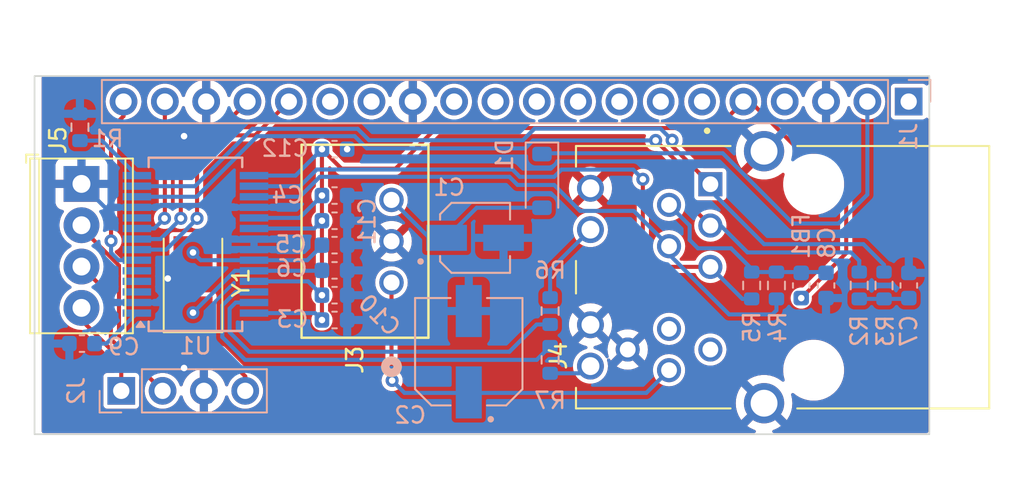
<source format=kicad_pcb>
(kicad_pcb (version 20240108) (generator "pcbnew") (generator_version "8.0")
  (layers (0 "F.Cu" signal) (31 "B.Cu" signal) (34 "B.Paste" user) (35 "F.Paste" user) (36 "B.SilkS" user "B.Silkscreen") (37 "F.SilkS" user "F.Silkscreen") (38 "B.Mask" user) (39 "F.Mask" user) (44 "Edge.Cuts" user))
  (net 0 "")
  (net 1 "+5V")
  (net 2 "GND")
  (net 3 "+24V")
  (net 4 "Net-(U1-OSC1)")
  (net 5 "Net-(U1-OSC2)")
  (net 6 "Net-(C7-Pad1)")
  (net 7 "Net-(U1-VCAP)")
  (net 8 "+3.3V")
  (net 17 "Net-(J1-Pin_16)")
  (net 18 "Net-(J1-Pin_17)")
  (net 19 "Net-(J1-Pin_19)")
  (net 20 "Net-(J1-Pin_20)")
  (net 21 "Net-(U1-RBIAS)")
  (net 22 "Net-(U1-LEDB)")
  (net 23 "Net-(U1-LEDA)")
  (net 28 "Net-(J4-CT)")
  (net 29 "Net-(J4-TD-)")
  (net 30 "Net-(J4-TD+)")
  (net 31 "Net-(J4-RD+)")
  (net 32 "Net-(J4-RD-)")
  (net 33 "Net-(J4-PadA2)")
  (net 34 "Net-(J4-PadA1)")
  (net 37 "Net-(D1-A)")
  (net 41 "Net-(J2-Pin_2)")
  (net 42 "Net-(J2-Pin_1)")
  (net 43 "Net-(J2-Pin_4)")
  (footprint "TerminalBlock_Phoenix:TerminalBlock_Phoenix_MPT-0,5-4-2.54_1x04_P2.54mm_Horizontal" (layer "F.Cu") (at 142.195 116.185 -90)
    (property "Reference" "J5" (at -2.685 1.445 90) (layer "F.SilkS"))
    (property "Value" "Conn_01x02")
    (fp_line (start -1.8 3.4) (end -1.3 3.4) (stroke (width 0.12)) (layer "F.SilkS"))
    (fp_line (start -1.56 3.16) (end 9.18 3.16) (stroke (width 0.12)) (layer "F.SilkS"))
    (fp_line (start -1.8 2.66) (end -1.8 3.4) (stroke (width 0.12)) (layer "F.SilkS"))
    (fp_line (start -1.56 2.6) (end 9.18 2.6) (stroke (width 0.12)) (layer "F.SilkS"))
    (fp_line (start -1.56 -2.7) (end 9.18 -2.7) (stroke (width 0.12)) (layer "F.SilkS"))
    (fp_line (start -1.56 -3.16) (end -1.56 3.16) (stroke (width 0.12)) (layer "F.SilkS"))
    (fp_line (start -1.56 -3.16) (end 9.18 -3.16) (stroke (width 0.12)) (layer "F.SilkS"))
    (fp_line (start 9.18 -3.16) (end 9.18 3.16) (stroke (width 0.12)) (layer "F.SilkS"))
    (pad "1" thru_hole rect (at 0 0 270) (size 2.2 2.2) (drill 1.1) (layers "*.Cu" "*.Mask") (net 2 "GND"))
    (pad "2" thru_hole circle (at 2.54 0 270) (size 2.2 2.2) (drill 1.1) (layers "*.Cu" "*.Mask") (net 43 "Net-(J2-Pin_4)"))
    (pad "3" thru_hole circle (at 5.08 0 270) (size 2.2 2.2) (drill 1.1) (layers "*.Cu" "*.Mask") (net 41 "Net-(J2-Pin_2)"))
    (pad "4" thru_hole circle (at 7.62 0 270) (size 2.2 2.2) (drill 1.1) (layers "*.Cu" "*.Mask") (net 42 "Net-(J2-Pin_1)"))
  )
  (footprint "Crystal:Crystal_SMD_5032-2Pin_5.0x3.2mm" (layer "F.Cu") (at 149.05 122.25 90)
    (property "Reference" "Y1" (at 0 2.95 90) (layer "F.SilkS"))
    (property "Value" "25MHz")
    (fp_line (start 2.7 -1.8) (end -3.05 -1.8) (stroke (width 0.12)) (layer "F.SilkS"))
    (fp_line (start -3.05 -1.8) (end -3.05 1.8) (stroke (width 0.12)) (layer "F.SilkS"))
    (fp_line (start -3.05 1.8) (end 2.7 1.8) (stroke (width 0.12)) (layer "F.SilkS"))
    (pad "1" smd rect (at -1.85 0 90) (size 2 2.4) (layers "F.Cu" "F.Paste" "F.Mask") (net 5 "Net-(U1-OSC2)"))
    (pad "2" smd rect (at 1.85 0 90) (size 2 2.4) (layers "F.Cu" "F.Paste" "F.Mask") (net 4 "Net-(U1-OSC1)"))
  )
  (footprint "pico:BEL_SI-52003-F" (layer "F.Cu") (at 184.15 121.92 90)
    (property "Reference" "J4" (at -4.825 -12.635 90) (layer "F.SilkS"))
    (property "Value" "SI-52003-F")
    (fp_line (start 8.065 -11.56) (end 8.065 -2.06) (stroke (width 0.127)) (layer "F.SilkS"))
    (fp_line (start 6.8 -11.56) (end 8.065 -11.56) (stroke (width 0.127)) (layer "F.SilkS"))
    (fp_line (start -1 -11.56) (end 1 -11.56) (stroke (width 0.127)) (layer "F.SilkS"))
    (fp_line (start -8.065 -11.56) (end -6.8 -11.56) (stroke (width 0.127)) (layer "F.SilkS"))
    (fp_line (start -8.065 -11.56) (end -8.065 -2.06) (stroke (width 0.127)) (layer "F.SilkS"))
    (fp_line (start 8.065 2.04) (end 8.065 13.84) (stroke (width 0.127)) (layer "F.SilkS"))
    (fp_line (start -8.065 2.04) (end -8.065 13.84) (stroke (width 0.127)) (layer "F.SilkS"))
    (fp_line (start 8.065 13.84) (end -8.065 13.84) (stroke (width 0.127)) (layer "F.SilkS"))
    (fp_circle (center 9 -3.5) (end 9.1 -3.5) (stroke (width 0.2)) (fill none) (layer "F.SilkS"))
    (pad "" np_thru_hole circle (at -5.715 3.05 90) (size 3.25 3.25) (drill 3.25) (layers "*.Cu" "*.Mask"))
    (pad "" np_thru_hole circle (at 5.715 3.05 90) (size 3.25 3.25) (drill 3.25) (layers "*.Cu" "*.Mask"))
    (pad "1" thru_hole rect (at 5.715 -3.3 90) (size 1.478 1.478) (drill 0.97) (layers "*.Cu" "*.Mask") (net 30 "Net-(J4-TD+)"))
    (pad "2" thru_hole circle (at 4.445 -5.84 90) (size 1.478 1.478) (drill 0.97) (layers "*.Cu" "*.Mask") (net 28 "Net-(J4-CT)"))
    (pad "3" thru_hole circle (at 3.175 -3.3 90) (size 1.478 1.478) (drill 0.97) (layers "*.Cu" "*.Mask") (net 29 "Net-(J4-TD-)"))
    (pad "4" thru_hole circle (at 1.905 -5.84 90) (size 1.478 1.478) (drill 0.97) (layers "*.Cu" "*.Mask") (net 31 "Net-(J4-RD+)"))
    (pad "5" thru_hole circle (at 0.635 -3.3 90) (size 1.478 1.478) (drill 0.97) (layers "*.Cu" "*.Mask") (net 32 "Net-(J4-RD-)"))
    (pad "8" thru_hole circle (at -3.175 -5.84 90) (size 1.478 1.478) (drill 0.97) (layers "*.Cu" "*.Mask"))
    (pad "9" thru_hole circle (at -4.445 -3.3 90) (size 1.478 1.478) (drill 0.97) (layers "*.Cu" "*.Mask"))
    (pad "10" thru_hole circle (at -5.715 -5.84 90) (size 1.478 1.478) (drill 0.97) (layers "*.Cu" "*.Mask") (net 3 "+24V"))
    (pad "11" thru_hole circle (at -4.445 -8.38 90) (size 1.478 1.478) (drill 0.97) (layers "*.Cu" "*.Mask") (net 2 "GND"))
    (pad "A1" thru_hole circle (at -5.465 -10.67 90) (size 1.65 1.65) (drill 1.1) (layers "*.Cu" "*.Mask") (net 34 "Net-(J4-PadA1)"))
    (pad "A2" thru_hole circle (at 2.925 -10.67 90) (size 1.65 1.65) (drill 1.1) (layers "*.Cu" "*.Mask") (net 33 "Net-(J4-PadA2)"))
    (pad "C1" thru_hole circle (at -2.925 -10.67 90) (size 1.65 1.65) (drill 1.1) (layers "*.Cu" "*.Mask") (net 2 "GND"))
    (pad "C2" thru_hole circle (at 5.465 -10.67 90) (size 1.65 1.65) (drill 1.1) (layers "*.Cu" "*.Mask") (net 2 "GND"))
    (pad "S1" thru_hole circle (at -7.745 0 90) (size 2.475 2.475) (drill 1.65) (layers "*.Cu" "*.Mask") (net 2 "GND"))
    (pad "S2" thru_hole circle (at 7.745 0 90) (size 2.475 2.475) (drill 1.65) (layers "*.Cu" "*.Mask") (net 2 "GND"))
  )
  (footprint "pico:CONN3_05S05_XPR" (layer "F.Cu") (at 161.25 122.25 90)
    (property "Reference" "J3" (at -4.75 -2.25 90) (layer "F.SilkS"))
    (property "Value" "VR05S05")
    (fp_circle (center -5.1689 0) (end -4.7879 0) (stroke (width 0.508)) (fill none) (layer "B.SilkS"))
    (fp_line (start 8.4709 -5.526999) (end -3.3909 -5.526999) (stroke (width 0.1524)) (layer "F.SilkS"))
    (fp_line (start -3.3909 -5.526999) (end -3.3909 2.270801) (stroke (width 0.1524)) (layer "F.SilkS"))
    (fp_line (start 8.4709 2.270801) (end 8.4709 -5.526999) (stroke (width 0.1524)) (layer "F.SilkS"))
    (fp_line (start -3.3909 2.270801) (end 8.4709 2.270801) (stroke (width 0.1524)) (layer "F.SilkS"))
    (fp_circle (center -5.1689 0) (end -4.7879 0) (stroke (width 0.508)) (fill none) (layer "F.SilkS"))
    (pad "1" thru_hole circle (at 0 0 90) (size 1.4986 1.4986) (drill 0.9906) (layers "*.Cu" "*.Mask") (net 3 "+24V"))
    (pad "2" thru_hole circle (at 2.54 0 90) (size 1.4986 1.4986) (drill 0.9906) (layers "*.Cu" "*.Mask") (net 2 "GND"))
    (pad "3" thru_hole circle (at 5.08 0 90) (size 1.4986 1.4986) (drill 0.9906) (layers "*.Cu" "*.Mask") (net 37 "Net-(D1-A)"))
  )
  (footprint "Capacitor_SMD:C_0603_1608Metric" (layer "B.Cu") (at 157.75 123.026)
    (property "Reference" "C10" (at 2.75 1.224 135) (layer "B.SilkS") (effects (justify mirror)))
    (property "Value" "0.1µF")
    (fp_line (start 0.14058 -0.51) (end -0.14058 -0.51) (stroke (width 0.12)) (layer "B.SilkS"))
    (fp_line (start 0.14058 0.51) (end -0.14058 0.51) (stroke (width 0.12)) (layer "B.SilkS"))
    (pad "1" smd roundrect (at -0.775 0) (size 0.9 0.95) (layers "B.Cu" "B.Paste" "B.Mask") (net 8 "+3.3V"))
    (pad "2" smd roundrect (at 0.775 0) (size 0.9 0.95) (layers "B.Cu" "B.Paste" "B.Mask") (net 2 "GND"))
  )
  (footprint "Connector_PinSocket_2.54mm:PinSocket_1x04_P2.54mm_Vertical" (layer "B.Cu") (at 144.64 128.905 -90)
    (property "Reference" "J2" (at 0 2.77 -90) (layer "B.SilkS") (effects (justify mirror)))
    (property "Value" "Conn_01x02_Pin")
    (fp_line (start 1.33 1.33) (end 0 1.33) (stroke (width 0.12)) (layer "B.SilkS"))
    (fp_line (start 1.33 0) (end 1.33 1.33) (stroke (width 0.12)) (layer "B.SilkS"))
    (fp_line (start 1.33 -1.27) (end -1.33 -1.27) (stroke (width 0.12)) (layer "B.SilkS"))
    (fp_line (start -1.33 -8.95) (end -1.33 -1.27) (stroke (width 0.12)) (layer "B.SilkS"))
    (fp_line (start 1.33 -8.95) (end 1.33 -1.27) (stroke (width 0.12)) (layer "B.SilkS"))
    (fp_line (start 1.33 -8.95) (end -1.33 -8.95) (stroke (width 0.12)) (layer "B.SilkS"))
    (pad "1" thru_hole rect (at 0 0 270) (size 1.7 1.7) (drill 1) (layers "*.Cu" "*.Mask") (net 42 "Net-(J2-Pin_1)"))
    (pad "2" thru_hole oval (at 0 -2.54 270) (size 1.7 1.7) (drill 1) (layers "*.Cu" "*.Mask") (net 41 "Net-(J2-Pin_2)"))
    (pad "3" thru_hole oval (at 0 -5.08 270) (size 1.7 1.7) (drill 1) (layers "*.Cu" "*.Mask") (net 2 "GND"))
    (pad "4" thru_hole oval (at 0 -7.62 270) (size 1.7 1.7) (drill 1) (layers "*.Cu" "*.Mask") (net 43 "Net-(J2-Pin_4)"))
  )
  (footprint "Capacitor_SMD:C_0603_1608Metric" (layer "B.Cu") (at 157.75 119.95 180)
    (property "Reference" "C5" (at 2.688 0.0544 180) (layer "B.SilkS") (effects (justify mirror)))
    (property "Value" "30pF")
    (fp_line (start 0.14058 0.51) (end -0.14058 0.51) (stroke (width 0.12)) (layer "B.SilkS"))
    (fp_line (start 0.14058 -0.51) (end -0.14058 -0.51) (stroke (width 0.12)) (layer "B.SilkS"))
    (pad "1" smd roundrect (at -0.775 0 180) (size 0.9 0.95) (layers "B.Cu" "B.Paste" "B.Mask") (net 2 "GND"))
    (pad "2" smd roundrect (at 0.775 0 180) (size 0.9 0.95) (layers "B.Cu" "B.Paste" "B.Mask") (net 4 "Net-(U1-OSC1)"))
  )
  (footprint "Resistor_SMD:R_0603_1608Metric" (layer "B.Cu") (at 190 122.428 -90)
    (property "Reference" "R2" (at 2.794 0 90) (layer "B.SilkS") (effects (justify mirror)))
    (property "Value" "49.9Ω")
    (fp_line (start 0.237258 0.5225) (end -0.237258 0.5225) (stroke (width 0.12)) (layer "B.SilkS"))
    (fp_line (start 0.237258 -0.5225) (end -0.237258 -0.5225) (stroke (width 0.12)) (layer "B.SilkS"))
    (pad "1" smd roundrect (at -0.825 0 270) (size 0.8 0.95) (layers "B.Cu" "B.Paste" "B.Mask") (net 29 "Net-(J4-TD-)"))
    (pad "2" smd roundrect (at 0.825 0 270) (size 0.8 0.95) (layers "B.Cu" "B.Paste" "B.Mask") (net 6 "Net-(C7-Pad1)"))
  )
  (footprint "Capacitor_SMD:C_0603_1608Metric" (layer "B.Cu") (at 193.048 122.428 90)
    (property "Reference" "C7" (at -2.794 0 90) (layer "B.SilkS") (effects (justify mirror)))
    (property "Value" "0.1µF")
    (fp_line (start 0.14058 -0.51) (end -0.14058 -0.51) (stroke (width 0.12)) (layer "B.SilkS"))
    (fp_line (start 0.14058 0.51) (end -0.14058 0.51) (stroke (width 0.12)) (layer "B.SilkS"))
    (pad "1" smd roundrect (at -0.775 0 90) (size 0.9 0.95) (layers "B.Cu" "B.Paste" "B.Mask") (net 6 "Net-(C7-Pad1)"))
    (pad "2" smd roundrect (at 0.775 0 90) (size 0.9 0.95) (layers "B.Cu" "B.Paste" "B.Mask") (net 2 "GND"))
  )
  (footprint "Resistor_SMD:R_0603_1608Metric" (layer "B.Cu") (at 183.388 122.428 90)
    (property "Reference" "R5" (at -2.572 0.012 90) (layer "B.SilkS") (effects (justify mirror)))
    (property "Value" "49.9Ω")
    (fp_line (start 0.237258 -0.5225) (end -0.237258 -0.5225) (stroke (width 0.12)) (layer "B.SilkS"))
    (fp_line (start 0.237258 0.5225) (end -0.237258 0.5225) (stroke (width 0.12)) (layer "B.SilkS"))
    (pad "1" smd roundrect (at -0.825 0 90) (size 0.8 0.95) (layers "B.Cu" "B.Paste" "B.Mask") (net 32 "Net-(J4-RD-)"))
    (pad "2" smd roundrect (at 0.825 0 90) (size 0.8 0.95) (layers "B.Cu" "B.Paste" "B.Mask") (net 28 "Net-(J4-CT)"))
  )
  (footprint "Capacitor_SMD:C_0603_1608Metric" (layer "B.Cu") (at 142.225 126 180)
    (property "Reference" "C9" (at -2.575002 -0.199998 180) (layer "B.SilkS") (effects (justify mirror)))
    (property "Value" "10µF")
    (fp_line (start 0.14058 0.51) (end -0.14058 0.51) (stroke (width 0.12)) (layer "B.SilkS"))
    (fp_line (start 0.14058 -0.51) (end -0.14058 -0.51) (stroke (width 0.12)) (layer "B.SilkS"))
    (pad "1" smd roundrect (at -0.775 0 180) (size 0.9 0.95) (layers "B.Cu" "B.Paste" "B.Mask") (net 7 "Net-(U1-VCAP)"))
    (pad "2" smd roundrect (at 0.775 0 180) (size 0.9 0.95) (layers "B.Cu" "B.Paste" "B.Mask") (net 2 "GND"))
  )
  (footprint "Diode_SMD:D_SOD-123" (layer "B.Cu") (at 170.5 116 -90)
    (property "Reference" "D1" (at -1.6 2.3 90) (layer "B.SilkS") (effects (justify mirror)))
    (property "Value" "D_Schottky")
    (fp_line (start 1.65 1) (end -2.36 1) (stroke (width 0.12)) (layer "B.SilkS"))
    (fp_line (start -2.36 -1) (end -2.36 1) (stroke (width 0.12)) (layer "B.SilkS"))
    (fp_line (start 1.65 -1) (end -2.36 -1) (stroke (width 0.12)) (layer "B.SilkS"))
    (pad "1" smd roundrect (at -1.65 0 270) (size 0.9 1.2) (layers "B.Cu" "B.Paste" "B.Mask") (net 1 "+5V"))
    (pad "2" smd roundrect (at 1.65 0 270) (size 0.9 1.2) (layers "B.Cu" "B.Paste" "B.Mask") (net 37 "Net-(D1-A)"))
  )
  (footprint "Capacitor_SMD:C_0603_1608Metric" (layer "B.Cu") (at 157.75 114.05 180)
    (property "Reference" "C12" (at 3.038 0.0524 180) (layer "B.SilkS") (effects (justify mirror)))
    (property "Value" "0.1µF")
    (fp_line (start 0.14058 0.51) (end -0.14058 0.51) (stroke (width 0.12)) (layer "B.SilkS"))
    (fp_line (start 0.14058 -0.51) (end -0.14058 -0.51) (stroke (width 0.12)) (layer "B.SilkS"))
    (pad "1" smd roundrect (at -0.775 0 180) (size 0.9 0.95) (layers "B.Cu" "B.Paste" "B.Mask") (net 2 "GND"))
    (pad "2" smd roundrect (at 0.775 0 180) (size 0.9 0.95) (layers "B.Cu" "B.Paste" "B.Mask") (net 8 "+3.3V"))
  )
  (footprint "Capacitor_SMD:C_0603_1608Metric" (layer "B.Cu") (at 157.75 116.9)
    (property "Reference" "C4" (at -2.888 -0.0264 0) (layer "B.SilkS") (effects (justify mirror)))
    (property "Value" "0.1µF")
    (fp_line (start 0.14058 -0.51) (end -0.14058 -0.51) (stroke (width 0.12)) (layer "B.SilkS"))
    (fp_line (start 0.14058 0.51) (end -0.14058 0.51) (stroke (width 0.12)) (layer "B.SilkS"))
    (pad "1" smd roundrect (at -0.775 0) (size 0.9 0.95) (layers "B.Cu" "B.Paste" "B.Mask") (net 8 "+3.3V"))
    (pad "2" smd roundrect (at 0.775 0) (size 0.9 0.95) (layers "B.Cu" "B.Paste" "B.Mask") (net 2 "GND"))
  )
  (footprint "pico:CAP_EEEFN1A220R" (layer "B.Cu") (at 166.3875 119.5)
    (property "Reference" "C1" (at -1.5875 -3.1 0) (layer "B.SilkS") (effects (justify mirror)))
    (property "Value" "22µF")
    (fp_line (start -2.15 -1.45) (end -2.15 -1.12) (stroke (width 0.127)) (layer "B.SilkS"))
    (fp_line (start -2.15 1.12) (end -2.15 1.45) (stroke (width 0.127)) (layer "B.SilkS"))
    (fp_line (start -2.15 1.45) (end -1.45 2.15) (stroke (width 0.127)) (layer "B.SilkS"))
    (fp_line (start -1.45 -2.15) (end -2.15 -1.45) (stroke (width 0.127)) (layer "B.SilkS"))
    (fp_line (start -1.45 2.15) (end 2.15 2.15) (stroke (width 0.127)) (layer "B.SilkS"))
    (fp_line (start 2.15 -2.15) (end -1.45 -2.15) (stroke (width 0.127)) (layer "B.SilkS"))
    (fp_line (start 2.15 -1.12) (end 2.15 -2.15) (stroke (width 0.127)) (layer "B.SilkS"))
    (fp_line (start 2.15 2.15) (end 2.15 1.12) (stroke (width 0.127)) (layer "B.SilkS"))
    (fp_circle (center -3.35 1.45) (end -3.25 1.45) (stroke (width 0.2)) (fill none) (layer "B.SilkS"))
    (pad "1" smd rect (at -1.75 0) (size 2.5 1.6) (layers "B.Cu" "B.Paste" "B.Mask") (net 37 "Net-(D1-A)"))
    (pad "2" smd rect (at 1.75 0) (size 2.5 1.6) (layers "B.Cu" "B.Paste" "B.Mask") (net 2 "GND"))
  )
  (footprint "Capacitor_SMD:C_0603_1608Metric" (layer "B.Cu") (at 157.75 124.55)
    (property "Reference" "C3" (at -2.588 -0.048 0) (layer "B.SilkS") (effects (justify mirror)))
    (property "Value" "0.1µF")
    (fp_line (start 0.14058 -0.51) (end -0.14058 -0.51) (stroke (width 0.12)) (layer "B.SilkS"))
    (fp_line (start 0.14058 0.51) (end -0.14058 0.51) (stroke (width 0.12)) (layer "B.SilkS"))
    (pad "1" smd roundrect (at -0.775 0) (size 0.9 0.95) (layers "B.Cu" "B.Paste" "B.Mask") (net 8 "+3.3V"))
    (pad "2" smd roundrect (at 0.775 0) (size 0.9 0.95) (layers "B.Cu" "B.Paste" "B.Mask") (net 2 "GND"))
  )
  (footprint "Resistor_SMD:R_0603_1608Metric" (layer "B.Cu") (at 171 124 90)
    (property "Reference" "R6" (at 2.5 0 0) (layer "B.SilkS") (effects (justify mirror)))
    (property "Value" "330Ω")
    (fp_line (start 0.237258 -0.5225) (end -0.237258 -0.5225) (stroke (width 0.12)) (layer "B.SilkS"))
    (fp_line (start 0.237258 0.5225) (end -0.237258 0.5225) (stroke (width 0.12)) (layer "B.SilkS"))
    (pad "1" smd roundrect (at -0.825 0 90) (size 0.8 0.95) (layers "B.Cu" "B.Paste" "B.Mask") (net 23 "Net-(U1-LEDA)"))
    (pad "2" smd roundrect (at 0.825 0 90) (size 0.8 0.95) (layers "B.Cu" "B.Paste" "B.Mask") (net 33 "Net-(J4-PadA2)"))
  )
  (footprint "Connector_PinSocket_2.54mm:PinSocket_1x20_P2.54mm_Vertical" (layer "B.Cu") (at 193.04 111.125 90)
    (property "Reference" "J1" (at -2.159 0 -90) (layer "B.SilkS") (effects (justify mirror)))
    (property "Value" "Conn_01x20_Pin")
    (fp_line (start 1.33 -49.59) (end -1.33 -49.59) (stroke (width 0.12)) (layer "B.SilkS"))
    (fp_line (start 1.33 -49.59) (end 1.33 -1.27) (stroke (width 0.12)) (layer "B.SilkS"))
    (fp_line (start -1.33 -49.59) (end -1.33 -1.27) (stroke (width 0.12)) (layer "B.SilkS"))
    (fp_line (start 1.33 -1.27) (end -1.33 -1.27) (stroke (width 0.12)) (layer "B.SilkS"))
    (fp_line (start 1.33 0) (end 1.33 1.33) (stroke (width 0.12)) (layer "B.SilkS"))
    (fp_line (start 1.33 1.33) (end 0 1.33) (stroke (width 0.12)) (layer "B.SilkS"))
    (pad "1" thru_hole rect (at 0 0 90) (size 1.7 1.7) (drill 1) (layers "*.Cu" "*.Mask"))
    (pad "2" thru_hole oval (at 0 -2.54 90) (size 1.7 1.7) (drill 1) (layers "*.Cu" "*.Mask") (net 1 "+5V"))
    (pad "3" thru_hole oval (at 0 -5.08 90) (size 1.7 1.7) (drill 1) (layers "*.Cu" "*.Mask") (net 2 "GND"))
    (pad "4" thru_hole oval (at 0 -7.62 90) (size 1.7 1.7) (drill 1) (layers "*.Cu" "*.Mask"))
    (pad "5" thru_hole oval (at 0 -10.16 90) (size 1.7 1.7) (drill 1) (layers "*.Cu" "*.Mask") (net 8 "+3.3V"))
    (pad "6" thru_hole oval (at 0 -12.7 90) (size 1.7 1.7) (drill 1) (layers "*.Cu" "*.Mask"))
    (pad "7" thru_hole oval (at 0 -15.24 90) (size 1.7 1.7) (drill 1) (layers "*.Cu" "*.Mask"))
    (pad "8" thru_hole oval (at 0 -17.78 90) (size 1.7 1.7) (drill 1) (layers "*.Cu" "*.Mask"))
    (pad "9" thru_hole oval (at 0 -20.32 90) (size 1.7 1.7) (drill 1) (layers "*.Cu" "*.Mask"))
    (pad "10" thru_hole oval (at 0 -22.86 90) (size 1.7 1.7) (drill 1) (layers "*.Cu" "*.Mask"))
    (pad "11" thru_hole oval (at 0 -25.4 90) (size 1.7 1.7) (drill 1) (layers "*.Cu" "*.Mask"))
    (pad "12" thru_hole oval (at 0 -27.94 90) (size 1.7 1.7) (drill 1) (layers "*.Cu" "*.Mask"))
    (pad "13" thru_hole oval (at 0 -30.48 90) (size 1.7 1.7) (drill 1) (layers "*.Cu" "*.Mask") (net 2 "GND"))
    (pad "14" thru_hole oval (at 0 -33.02 90) (size 1.7 1.7) (drill 1) (layers "*.Cu" "*.Mask"))
    (pad "15" thru_hole oval (at 0 -35.56 90) (size 1.7 1.7) (drill 1) (layers "*.Cu" "*.Mask"))
    (pad "16" thru_hole oval (at 0 -38.1 90) (size 1.7 1.7) (drill 1) (layers "*.Cu" "*.Mask") (net 17 "Net-(J1-Pin_16)"))
    (pad "17" thru_hole oval (at 0 -40.64 90) (size 1.7 1.7) (drill 1) (layers "*.Cu" "*.Mask") (net 18 "Net-(J1-Pin_17)"))
    (pad "18" thru_hole oval (at 0 -43.18 90) (size 1.7 1.7) (drill 1) (layers "*.Cu" "*.Mask") (net 2 "GND"))
    (pad "19" thru_hole oval (at 0 -45.72 90) (size 1.7 1.7) (drill 1) (layers "*.Cu" "*.Mask") (net 19 "Net-(J1-Pin_19)"))
    (pad "20" thru_hole oval (at 0 -48.26 90) (size 1.7 1.7) (drill 1) (layers "*.Cu" "*.Mask") (net 20 "Net-(J1-Pin_20)"))
  )
  (footprint "Resistor_SMD:R_0603_1608Metric" (layer "B.Cu") (at 191.524 122.428 -90)
    (property "Reference" "R3" (at 2.794 -0.076 90) (layer "B.SilkS") (effects (justify mirror)))
    (property "Value" "49.9Ω")
    (fp_line (start 0.237258 0.5225) (end -0.237258 0.5225) (stroke (width 0.12)) (layer "B.SilkS"))
    (fp_line (start 0.237258 -0.5225) (end -0.237258 -0.5225) (stroke (width 0.12)) (layer "B.SilkS"))
    (pad "1" smd roundrect (at -0.825 0 270) (size 0.8 0.95) (layers "B.Cu" "B.Paste" "B.Mask") (net 30 "Net-(J4-TD+)"))
    (pad "2" smd roundrect (at 0.825 0 270) (size 0.8 0.95) (layers "B.Cu" "B.Paste" "B.Mask") (net 6 "Net-(C7-Pad1)"))
  )
  (footprint "Capacitor_SMD:C_0603_1608Metric" (layer "B.Cu") (at 186.436 122.428 90)
    (property "Reference" "FB1" (at 3.028 0 90) (layer "B.SilkS") (effects (justify mirror)))
    (property "Value" "FerriteBead")
    (fp_line (start 0.14058 -0.51) (end -0.14058 -0.51) (stroke (width 0.12)) (layer "B.SilkS"))
    (fp_line (start 0.14058 0.51) (end -0.14058 0.51) (stroke (width 0.12)) (layer "B.SilkS"))
    (pad "1" smd roundrect (at -0.775 0 90) (size 0.9 0.95) (layers "B.Cu" "B.Paste" "B.Mask") (net 8 "+3.3V"))
    (pad "2" smd roundrect (at 0.775 0 90) (size 0.9 0.95) (layers "B.Cu" "B.Paste" "B.Mask") (net 28 "Net-(J4-CT)"))
  )
  (footprint "Resistor_SMD:R_0603_1608Metric" (layer "B.Cu") (at 184.912 122.428 90)
    (property "Reference" "R4" (at -2.572 0.088 90) (layer "B.SilkS") (effects (justify mirror)))
    (property "Value" "49.9Ω")
    (fp_line (start 0.237258 -0.5225) (end -0.237258 -0.5225) (stroke (width 0.12)) (layer "B.SilkS"))
    (fp_line (start 0.237258 0.5225) (end -0.237258 0.5225) (stroke (width 0.12)) (layer "B.SilkS"))
    (pad "1" smd roundrect (at -0.825 0 90) (size 0.8 0.95) (layers "B.Cu" "B.Paste" "B.Mask") (net 31 "Net-(J4-RD+)"))
    (pad "2" smd roundrect (at 0.825 0 90) (size 0.8 0.95) (layers "B.Cu" "B.Paste" "B.Mask") (net 28 "Net-(J4-CT)"))
  )
  (footprint "Capacitor_SMD:C_0603_1608Metric" (layer "B.Cu") (at 157.75 118.45)
    (property "Reference" "C11" (at 2 0.05 90) (layer "B.SilkS") (effects (justify mirror)))
    (property "Value" "0.1µF")
    (fp_line (start 0.14058 -0.51) (end -0.14058 -0.51) (stroke (width 0.12)) (layer "B.SilkS"))
    (fp_line (start 0.14058 0.51) (end -0.14058 0.51) (stroke (width 0.12)) (layer "B.SilkS"))
    (pad "1" smd roundrect (at -0.775 0) (size 0.9 0.95) (layers "B.Cu" "B.Paste" "B.Mask") (net 8 "+3.3V"))
    (pad "2" smd roundrect (at 0.775 0) (size 0.9 0.95) (layers "B.Cu" "B.Paste" "B.Mask") (net 2 "GND"))
  )
  (footprint "Capacitor_SMD:C_0603_1608Metric" (layer "B.Cu") (at 187.96 122.428 -90)
    (property "Reference" "C8" (at -2.628 -0.04 90) (layer "B.SilkS") (effects (justify mirror)))
    (property "Value" "0.1µF")
    (fp_line (start 0.14058 0.51) (end -0.14058 0.51) (stroke (width 0.12)) (layer "B.SilkS"))
    (fp_line (start 0.14058 -0.51) (end -0.14058 -0.51) (stroke (width 0.12)) (layer "B.SilkS"))
    (pad "1" smd roundrect (at -0.775 0 270) (size 0.9 0.95) (layers "B.Cu" "B.Paste" "B.Mask") (net 28 "Net-(J4-CT)"))
    (pad "2" smd roundrect (at 0.775 0 270) (size 0.9 0.95) (layers "B.Cu" "B.Paste" "B.Mask") (net 2 "GND"))
  )
  (footprint "Package_SO:SSOP-28_5.3x10.2mm_P0.65mm" (layer "B.Cu") (at 149.2 119.9)
    (property "Reference" "U1" (at 0 6.25 0) (layer "B.SilkS") (effects (justify mirror)))
    (property "Value" "ENC28J60x-SS")
    (fp_line (start -2.875 -5.325) (end -2.875 -4.75) (stroke (width 0.15)) (layer "B.SilkS"))
    (fp_line (start -2.875 4.75) (end -2.875 5.325) (stroke (width 0.15)) (layer "B.SilkS"))
    (fp_line (start 2.875 -5.325) (end -2.875 -5.325) (stroke (width 0.15)) (layer "B.SilkS"))
    (fp_line (start 2.875 -5.325) (end 2.875 -4.75) (stroke (width 0.15)) (layer "B.SilkS"))
    (fp_line (start 2.875 4.75) (end 2.875 5.325) (stroke (width 0.15)) (layer "B.SilkS"))
    (fp_line (start 2.875 5.325) (end -2.875 5.325) (stroke (width 0.15)) (layer "B.SilkS"))
    (fp_poly (pts (xy -3.375 4.75) (xy -3.615 5.08) (xy -3.135 5.08) (xy -3.375 4.75)) (stroke (width 0.12)) (fill solid) (layer "B.SilkS"))
    (pad "1" smd rect (at -3.6 4.225) (size 1.75 0.45) (layers "B.Cu" "B.Paste" "B.Mask") (net 7 "Net-(U1-VCAP)"))
    (pad "2" smd rect (at -3.6 3.575) (size 1.75 0.45) (layers "B.Cu" "B.Paste" "B.Mask") (net 2 "GND"))
    (pad "3" smd rect (at -3.6 2.925) (size 1.75 0.45) (layers "B.Cu" "B.Paste" "B.Mask"))
    (pad "4" smd rect (at -3.6 2.275) (size 1.75 0.45) (layers "B.Cu" "B.Paste" "B.Mask"))
    (pad "5" smd rect (at -3.6 1.625) (size 1.75 0.45) (layers "B.Cu" "B.Paste" "B.Mask"))
    (pad "6" smd rect (at -3.6 0.975) (size 1.75 0.45) (layers "B.Cu" "B.Paste" "B.Mask") (net 20 "Net-(J1-Pin_20)"))
    (pad "7" smd rect (at -3.6 0.325) (size 1.75 0.45) (layers "B.Cu" "B.Paste" "B.Mask") (net 17 "Net-(J1-Pin_16)"))
    (pad "8" smd rect (at -3.6 -0.325) (size 1.75 0.45) (layers "B.Cu" "B.Paste" "B.Mask") (net 18 "Net-(J1-Pin_17)"))
    (pad "9" smd rect (at -3.6 -0.975) (size 1.75 0.45) (layers "B.Cu" "B.Paste" "B.Mask") (net 19 "Net-(J1-Pin_19)"))
    (pad "10" smd rect (at -3.6 -1.625) (size 1.75 0.45) (layers "B.Cu" "B.Paste" "B.Mask"))
    (pad "11" smd rect (at -3.6 -2.275) (size 1.75 0.45) (layers "B.Cu" "B.Paste" "B.Mask") (net 2 "GND"))
    (pad "12" smd rect (at -3.6 -2.925) (size 1.75 0.45) (layers "B.Cu" "B.Paste" "B.Mask") (net 29 "Net-(J4-TD-)"))
    (pad "13" smd rect (at -3.6 -3.575) (size 1.75 0.45) (layers "B.Cu" "B.Paste" "B.Mask") (net 30 "Net-(J4-TD+)"))
    (pad "14" smd rect (at -3.6 -4.225) (size 1.75 0.45) (layers "B.Cu" "B.Paste" "B.Mask") (net 21 "Net-(U1-RBIAS)"))
    (pad "15" smd rect (at 3.6 -4.225) (size 1.75 0.45) (layers "B.Cu" "B.Paste" "B.Mask") (net 8 "+3.3V"))
    (pad "16" smd rect (at 3.6 -3.575) (size 1.75 0.45) (layers "B.Cu" "B.Paste" "B.Mask") (net 32 "Net-(J4-RD-)"))
    (pad "17" smd rect (at 3.6 -2.925) (size 1.75 0.45) (layers "B.Cu" "B.Paste" "B.Mask") (net 31 "Net-(J4-RD+)"))
    (pad "18" smd rect (at 3.6 -2.275) (size 1.75 0.45) (layers "B.Cu" "B.Paste" "B.Mask") (net 2 "GND"))
    (pad "19" smd rect (at 3.6 -1.625) (size 1.75 0.45) (layers "B.Cu" "B.Paste" "B.Mask") (net 8 "+3.3V"))
    (pad "20" smd rect (at 3.6 -0.975) (size 1.75 0.45) (layers "B.Cu" "B.Paste" "B.Mask") (net 8 "+3.3V"))
    (pad "21" smd rect (at 3.6 -0.325) (size 1.75 0.45) (layers "B.Cu" "B.Paste" "B.Mask") (net 2 "GND"))
    (pad "22" smd rect (at 3.6 0.325) (size 1.75 0.45) (layers "B.Cu" "B.Paste" "B.Mask") (net 2 "GND"))
    (pad "23" smd rect (at 3.6 0.975) (size 1.75 0.45) (layers "B.Cu" "B.Paste" "B.Mask") (net 4 "Net-(U1-OSC1)"))
    (pad "24" smd rect (at 3.6 1.625) (size 1.75 0.45) (layers "B.Cu" "B.Paste" "B.Mask") (net 5 "Net-(U1-OSC2)"))
    (pad "25" smd rect (at 3.6 2.275) (size 1.75 0.45) (layers "B.Cu" "B.Paste" "B.Mask") (net 8 "+3.3V"))
    (pad "26" smd rect (at 3.6 2.925) (size 1.75 0.45) (layers "B.Cu" "B.Paste" "B.Mask") (net 22 "Net-(U1-LEDB)"))
    (pad "27" smd rect (at 3.6 3.575) (size 1.75 0.45) (layers "B.Cu" "B.Paste" "B.Mask") (net 23 "Net-(U1-LEDA)"))
    (pad "28" smd rect (at 3.6 4.225) (size 1.75 0.45) (layers "B.Cu" "B.Paste" "B.Mask") (net 8 "+3.3V"))
  )
  (footprint "Resistor_SMD:R_0603_1608Metric" (layer "B.Cu") (at 171 127 -90)
    (property "Reference" "R7" (at 2.5 0 180) (layer "B.SilkS") (effects (justify mirror)))
    (property "Value" "330Ω")
    (fp_line (start 0.237258 0.5225) (end -0.237258 0.5225) (stroke (width 0.12)) (layer "B.SilkS"))
    (fp_line (start 0.237258 -0.5225) (end -0.237258 -0.5225) (stroke (width 0.12)) (layer "B.SilkS"))
    (pad "1" smd roundrect (at -0.825 0 270) (size 0.8 0.95) (layers "B.Cu" "B.Paste" "B.Mask") (net 22 "Net-(U1-LEDB)"))
    (pad "2" smd roundrect (at 0.825 0 270) (size 0.8 0.95) (layers "B.Cu" "B.Paste" "B.Mask") (net 34 "Net-(J4-PadA1)"))
  )
  (footprint "pico:CAP_EEEHD1H100P" (layer "B.Cu") (at 166 126.5 90)
    (property "Reference" "C2" (at -3.899999 -3.6 180) (layer "B.SilkS") (effects (justify mirror)))
    (property "Value" "10µF")
    (fp_line (start 3.3 -3.3) (end -2.3 -3.3) (stroke (width 0.127)) (layer "B.SilkS"))
    (fp_line (start -2.3 -3.3) (end -3.3 -2.3) (stroke (width 0.127)) (layer "B.SilkS"))
    (fp_line (start -3.3 -2.3) (end -3.3 -1.12) (stroke (width 0.127)) (layer "B.SilkS"))
    (fp_line (start 3.3 -1.12) (end 3.3 -3.3) (stroke (width 0.127)) (layer "B.SilkS"))
    (fp_line (start -3.3 1.12) (end -3.3 2.3) (stroke (width 0.127)) (layer "B.SilkS"))
    (fp_line (start -3.3 2.3) (end -2.3 3.3) (stroke (width 0.127)) (layer "B.SilkS"))
    (fp_line (start 3.3 3.3) (end 3.3 1.12) (stroke (width 0.127)) (layer "B.SilkS"))
    (fp_line (start -2.3 3.3) (end 3.3 3.3) (stroke (width 0.127)) (layer "B.SilkS"))
    (fp_circle (center -4.15 1.35) (end -4.05 1.35) (stroke (width 0.2)) (fill none) (layer "B.SilkS"))
    (pad "1" smd rect (at -2.5 0 90) (size 3.2 1.6) (layers "B.Cu" "B.Paste" "B.Mask") (net 3 "+24V"))
    (pad "2" smd rect (at 2.5 0 90) (size 3.2 1.6) (layers "B.Cu" "B.Paste" "B.Mask") (net 2 "GND"))
  )
  (footprint "Capacitor_SMD:C_0603_1608Metric" (layer "B.Cu") (at 157.75 121.5 180)
    (property "Reference" "C6" (at 2.638 0.1284 180) (layer "B.SilkS") (effects (justify mirror)))
    (property "Value" "30pF")
    (fp_line (start 0.14058 0.51) (end -0.14058 0.51) (stroke (width 0.12)) (layer "B.SilkS"))
    (fp_line (start 0.14058 -0.51) (end -0.14058 -0.51) (stroke (width 0.12)) (layer "B.SilkS"))
    (pad "1" smd roundrect (at -0.775 0 180) (size 0.9 0.95) (layers "B.Cu" "B.Paste" "B.Mask") (net 2 "GND"))
    (pad "2" smd roundrect (at 0.775 0 180) (size 0.9 0.95) (layers "B.Cu" "B.Paste" "B.Mask") (net 5 "Net-(U1-OSC2)"))
  )
  (footprint "Resistor_SMD:R_0603_1608Metric" (layer "B.Cu") (at 142.1 112.7 90)
    (property "Reference" "R1" (at -0.7 1.7 0) (layer "B.SilkS") (effects (justify mirror)))
    (property "Value" "2.32kΩ")
    (fp_line (start 0.237258 -0.5225) (end -0.237258 -0.5225) (stroke (width 0.12)) (layer "B.SilkS"))
    (fp_line (start 0.237258 0.5225) (end -0.237258 0.5225) (stroke (width 0.12)) (layer "B.SilkS"))
    (pad "1" smd roundrect (at -0.825 0 90) (size 0.8 0.95) (layers "B.Cu" "B.Paste" "B.Mask") (net 21 "Net-(U1-RBIAS)"))
    (pad "2" smd roundrect (at 0.825 0 90) (size 0.8 0.95) (layers "B.Cu" "B.Paste" "B.Mask") (net 2 "GND"))
  )
  (gr_rect (start 139.31 109.556) (end 194.31 131.572) (stroke (width 0.1)) (fill none) (layer "Edge.Cuts"))
  (segment (start 190.5 116.84) (end 188.722 118.618) (width 0.25) (layer "B.Cu") (net 1))
  (segment (start 190.5 111.125) (end 190.5 116.84) (width 0.25) (layer "B.Cu") (net 1))
  (segment (start 188.722 118.618) (end 185.928 118.618) (width 0.25) (layer "B.Cu") (net 1))
  (segment (start 185.928 118.618) (end 181.61 114.3) (width 0.25) (layer "B.Cu") (net 1))
  (segment (start 181.61 114.3) (end 171.15 114.3) (width 0.25) (layer "B.Cu") (net 1))
  (via (at 148.5 127.5) (size 0.8) (drill 0.4) (layers "F.Cu" "B.Cu") (net 2))
  (via (at 147.5 122) (size 0.8) (drill 0.4) (layers "F.Cu" "B.Cu") (net 2))
  (via (at 158.525 114.05) (size 0.8) (drill 0.4) (layers "F.Cu" "B.Cu") (net 2))
  (via (at 148.5 113.25) (size 0.8) (drill 0.4) (layers "F.Cu" "B.Cu") (net 2))
  (segment (start 150.114 129.54) (end 150.124701 129.54) (width 0.25) (layer "B.Cu") (net 2))
  (segment (start 146.725 123.475) (end 147.5 122.7) (width 0.25) (layer "B.Cu") (net 2))
  (segment (start 151.55 117.5) (end 146.8 117.5) (width 0.25) (layer "B.Cu") (net 2))
  (segment (start 151.675 117.625) (end 151.55 117.5) (width 0.25) (layer "B.Cu") (net 2))
  (segment (start 146.675 117.625) (end 145.6 117.625) (width 0.25) (layer "B.Cu") (net 2))
  (segment (start 147.5 122.7) (end 147.5 122) (width 0.25) (layer "B.Cu") (net 2))
  (segment (start 145.6 117.625) (end 143.635 117.625) (width 0.25) (layer "B.Cu") (net 2))
  (segment (start 152.8 117.625) (end 151.675 117.625) (width 0.25) (layer "B.Cu") (net 2))
  (segment (start 146.8 117.5) (end 146.675 117.625) (width 0.25) (layer "B.Cu") (net 2))
  (segment (start 143.635 117.625) (end 142.195 116.185) (width 0.25) (layer "B.Cu") (net 2))
  (segment (start 145.6 123.475) (end 146.725 123.475) (width 0.25) (layer "B.Cu") (net 2))
  (segment (start 161.25 128.23) (end 161.29 128.27) (width 0.25) (layer "F.Cu") (net 3))
  (segment (start 161.25 122.25) (end 161.25 128.23) (width 0.25) (layer "F.Cu") (net 3))
  (via (at 161.29 128.27) (size 0.8) (drill 0.4) (layers "F.Cu" "B.Cu") (net 3))
  (segment (start 161.29 128.27) (end 162.052 129.032) (width 0.25) (layer "B.Cu") (net 3))
  (segment (start 178.31 127.635) (end 176.913 129.032) (width 0.25) (layer "B.Cu") (net 3))
  (segment (start 176.913 129.032) (end 162.052 129.032) (width 0.25) (layer "B.Cu") (net 3))
  (via (at 149.05 120.4) (size 0.8) (drill 0.4) (layers "F.Cu" "B.Cu") (net 4))
  (segment (start 152.8 120.875) (end 156.075 120.875) (width 0.25) (layer "B.Cu") (net 4))
  (segment (start 149.525 120.875) (end 150.430777 120.875) (width 0.25) (layer "B.Cu") (net 4))
  (segment (start 149.05 120.4) (end 149.525 120.875) (width 0.25) (layer "B.Cu") (net 4))
  (segment (start 156.075 120.875) (end 157 119.95) (width 0.25) (layer "B.Cu") (net 4))
  (segment (start 150.620174 120.875) (end 152.8 120.875) (width 0.25) (layer "B.Cu") (net 4))
  (segment (start 150.430777 120.875) (end 150.620174 120.875) (width 0.25) (layer "B.Cu") (net 4))
  (via (at 149.05 124.1) (size 0.8) (drill 0.4) (layers "F.Cu" "B.Cu") (net 5))
  (segment (start 156.975 121.525) (end 157 121.5) (width 0.25) (layer "B.Cu") (net 5))
  (segment (start 152.8 121.525) (end 151.625 121.525) (width 0.25) (layer "B.Cu") (net 5))
  (segment (start 152.8 121.525) (end 156.975 121.525) (width 0.25) (layer "B.Cu") (net 5))
  (segment (start 151.625 121.525) (end 149.05 124.1) (width 0.25) (layer "B.Cu") (net 5))
  (segment (start 190 123.253) (end 192.998 123.253) (width 0.25) (layer "B.Cu") (net 6))
  (segment (start 192.998 123.253) (end 193.048 123.203) (width 0.25) (layer "B.Cu") (net 6))
  (segment (start 143.725 126) (end 143 126) (width 0.25) (layer "B.Cu") (net 7))
  (segment (start 145.6 124.125) (end 143.725 126) (width 0.25) (layer "B.Cu") (net 7))
  (segment (start 161.5 115.25) (end 158.175 115.25) (width 0.25) (layer "F.Cu") (net 8))
  (segment (start 189.2 114.95) (end 189.2 120.439) (width 0.25) (layer "F.Cu") (net 8))
  (segment (start 186.389709 114.205) (end 188.455 114.205) (width 0.25) (layer "F.Cu") (net 8))
  (segment (start 183.309709 111.125) (end 186.389709 114.205) (width 0.25) (layer "F.Cu") (net 8))
  (segment (start 182.88 111.125) (end 183.309709 111.125) (width 0.25) (layer "F.Cu") (net 8))
  (segment (start 189.2 120.439) (end 186.436 123.203) (width 0.25) (layer "F.Cu") (net 8))
  (segment (start 181.255 112.75) (end 164 112.75) (width 0.25) (layer "F.Cu") (net 8))
  (segment (start 158.175 115.25) (end 156.975 114.05) (width 0.25) (layer "F.Cu") (net 8))
  (segment (start 181.255 112.75) (end 182.88 111.125) (width 0.25) (layer "F.Cu") (net 8))
  (segment (start 156.975 114.05) (end 156.975 124.55) (width 0.25) (layer "F.Cu") (net 8))
  (segment (start 164 112.75) (end 161.5 115.25) (width 0.25) (layer "F.Cu") (net 8))
  (segment (start 188.455 114.205) (end 189.2 114.95) (width 0.25) (layer "F.Cu") (net 8))
  (via (at 186.436 123.203) (size 0.8) (drill 0.4) (layers "F.Cu" "B.Cu") (net 8))
  (via (at 156.975 116.9) (size 0.8) (drill 0.4) (layers "F.Cu" "B.Cu") (net 8))
  (via (at 156.975 123.026) (size 0.8) (drill 0.4) (layers "F.Cu" "B.Cu") (net 8))
  (via (at 156.975 118.45) (size 0.8) (drill 0.4) (layers "F.Cu" "B.Cu") (net 8))
  (via (at 156.975 124.55) (size 0.8) (drill 0.4) (layers "F.Cu" "B.Cu") (net 8))
  (via (at 156.975 114.05) (size 0.8) (drill 0.4) (layers "F.Cu" "B.Cu") (net 8))
  (segment (start 152.8 122.175) (end 156.124 122.175) (width 0.25) (layer "B.Cu") (net 8))
  (segment (start 155.35 115.675) (end 156.975 114.05) (width 0.25) (layer "B.Cu") (net 8))
  (segment (start 156.959 124.591) (end 157 124.55) (width 0.25) (layer "B.Cu") (net 8))
  (segment (start 152.8 124.125) (end 156.55 124.125) (width 0.25) (layer "B.Cu") (net 8))
  (segment (start 156.987 118.45) (end 156.7 118.45) (width 0.25) (layer "B.Cu") (net 8))
  (segment (start 152.8 118.275) (end 155.6 118.275) (width 0.25) (layer "B.Cu") (net 8))
  (segment (start 156.95 118.413) (end 156.987 118.45) (width 0.25) (layer "B.Cu") (net 8))
  (segment (start 152.8 115.675) (end 155.35 115.675) (width 0.25) (layer "B.Cu") (net 8))
  (segment (start 152.8 118.925) (end 156.5 118.925) (width 0.25) (layer "B.Cu") (net 8))
  (segment (start 156.5 118.925) (end 156.975 118.45) (width 0.25) (layer "B.Cu") (net 8))
  (segment (start 156.55 124.125) (end 156.975 124.55) (width 0.25) (layer "B.Cu") (net 8))
  (segment (start 155.6 118.275) (end 156.975 116.9) (width 0.25) (layer "B.Cu") (net 8))
  (segment (start 156.124 122.175) (end 156.975 123.026) (width 0.25) (layer "B.Cu") (net 8))
  (segment (start 156.987 124.537) (end 157 124.55) (width 0.25) (layer "B.Cu") (net 8))
  (segment (start 149.300006 118.3) (end 149.300006 115.199994) (width 0.25) (layer "F.Cu") (net 17))
  (segment (start 151.3 113.2) (end 152.865 113.2) (width 0.25) (layer "F.Cu") (net 17))
  (segment (start 152.865 113.2) (end 154.94 111.125) (width 0.25) (layer "F.Cu") (net 17))
  (segment (start 149.300006 115.199994) (end 151.3 113.2) (width 0.25) (layer "F.Cu") (net 17))
  (via (at 149.300006 118.3) (size 0.8) (drill 0.4) (layers "F.Cu" "B.Cu") (net 17))
  (segment (start 147.400308 120.225) (end 149.300006 118.325302) (width 0.25) (layer "B.Cu") (net 17))
  (segment (start 145.6 120.225) (end 147.400308 120.225) (width 0.25) (layer "B.Cu") (net 17))
  (segment (start 149.300006 118.325302) (end 149.300006 118.3) (width 0.25) (layer "B.Cu") (net 17))
  (segment (start 148.300003 118.3) (end 148.300003 115.224997) (width 0.25) (layer "F.Cu") (net 18))
  (segment (start 148.300003 115.224997) (end 152.4 111.125) (width 0.25) (layer "F.Cu") (net 18))
  (via (at 148.300003 118.3) (size 0.8) (drill 0.4) (layers "F.Cu" "B.Cu") (net 18))
  (segment (start 145.6 119.575) (end 147.050305 119.575) (width 0.25) (layer "B.Cu") (net 18))
  (segment (start 147.050305 119.575) (end 148.300003 118.325302) (width 0.25) (layer "B.Cu") (net 18))
  (segment (start 148.300003 118.325302) (end 148.300003 118.3) (width 0.25) (layer "B.Cu") (net 18))
  (segment (start 147.3 118.3) (end 147.32 118.28) (width 0.25) (layer "F.Cu") (net 19))
  (segment (start 147.32 118.28) (end 147.32 111.125) (width 0.25) (layer "F.Cu") (net 19))
  (via (at 147.3 118.3) (size 0.8) (drill 0.4) (layers "F.Cu" "B.Cu") (net 19))
  (segment (start 146.675 118.925) (end 147.3 118.3) (width 0.25) (layer "B.Cu") (net 19))
  (segment (start 145.6 118.925) (end 146.675 118.925) (width 0.25) (layer "B.Cu") (net 19))
  (segment (start 144 112.8) (end 144.78 112.02) (width 0.25) (layer "F.Cu") (net 20))
  (segment (start 144.012653 119.687347) (end 144.012653 112.812653) (width 0.25) (layer "F.Cu") (net 20))
  (segment (start 144.78 112.02) (end 144.78 111.125) (width 0.25) (layer "F.Cu") (net 20))
  (segment (start 144.012653 112.812653) (end 144 112.8) (width 0.25) (layer "F.Cu") (net 20))
  (via (at 144.012653 119.687347) (size 0.8) (drill 0.4) (layers "F.Cu" "B.Cu") (net 20))
  (segment (start 145.6 120.875) (end 144.475 120.875) (width 0.25) (layer "B.Cu") (net 20))
  (segment (start 144.012653 120.412653) (end 144.012653 119.687347) (width 0.25) (layer "B.Cu") (net 20))
  (segment (start 144.475 120.875) (end 144.012653 120.412653) (width 0.25) (layer "B.Cu") (net 20))
  (segment (start 143.45 113.525) (end 142.1 113.525) (width 0.25) (layer "B.Cu") (net 21))
  (segment (start 145.6 115.675) (end 143.45 113.525) (width 0.25) (layer "B.Cu") (net 21))
  (segment (start 171 126.175) (end 170.175 127) (width 0.25) (layer "B.Cu") (net 22))
  (segment (start 152.25 127) (end 150.85 125.6) (width 0.25) (layer "B.Cu") (net 22))
  (segment (start 151.675 122.825) (end 152.8 122.825) (width 0.25) (layer "B.Cu") (net 22))
  (segment (start 170.175 127) (end 152.25 127) (width 0.25) (layer "B.Cu") (net 22))
  (segment (start 150.85 125.6) (end 150.85 123.65) (width 0.25) (layer "B.Cu") (net 22))
  (segment (start 150.85 123.65) (end 151.675 122.825) (width 0.25) (layer "B.Cu") (net 22))
  (segment (start 152.8 123.475) (end 151.675 123.475) (width 0.25) (layer "B.Cu") (net 23))
  (segment (start 168.5 126.5) (end 170.175 124.825) (width 0.25) (layer "B.Cu") (net 23))
  (segment (start 170.175 124.825) (end 171 124.825) (width 0.25) (layer "B.Cu") (net 23))
  (segment (start 151.3 123.85) (end 151.3 125.3) (width 0.25) (layer "B.Cu") (net 23))
  (segment (start 151.675 123.475) (end 151.3 123.85) (width 0.25) (layer "B.Cu") (net 23))
  (segment (start 152.5 126.5) (end 168.5 126.5) (width 0.25) (layer "B.Cu") (net 23))
  (segment (start 151.3 125.3) (end 152.5 126.5) (width 0.25) (layer "B.Cu") (net 23))
  (segment (start 171 125) (end 171 124.825) (width 0.25) (layer "B.Cu") (net 23))
  (segment (start 178.31 117.475) (end 179.578 118.743) (width 0.25) (layer "B.Cu") (net 28))
  (segment (start 183.388 121.412) (end 183.388 121.666) (width 0.25) (layer "B.Cu") (net 28))
  (segment (start 187.923 121.603) (end 187.96 121.64) (width 0.25) (layer "B.Cu") (net 28))
  (segment (start 180.086 120.142) (end 182.118 120.142) (width 0.25) (layer "B.Cu") (net 28))
  (segment (start 183.388 121.603) (end 187.923 121.603) (width 0.25) (layer "B.Cu") (net 28))
  (segment (start 179.578 118.743) (end 179.578 119.634) (width 0.25) (layer "B.Cu") (net 28))
  (segment (start 182.118 120.142) (end 183.388 121.412) (width 0.25) (layer "B.Cu") (net 28))
  (segment (start 179.578 119.634) (end 180.086 120.142) (width 0.25) (layer "B.Cu") (net 28))
  (segment (start 179.5 115.525306) (end 179.5 117.395) (width 0.25) (layer "F.Cu") (net 29))
  (segment (start 179.5 117.395) (end 180.85 118.745) (width 0.25) (layer "F.Cu") (net 29))
  (segment (start 177.487347 113.512653) (end 179.5 115.525306) (width 0.25) (layer "F.Cu") (net 29))
  (via (at 177.487347 113.512653) (size 0.8) (drill 0.4) (layers "F.Cu" "B.Cu") (net 29))
  (segment (start 169.953295 113.512653) (end 177.487347 113.512653) (width 0.25) (layer "B.Cu") (net 29))
  (segment (start 169.465948 114) (end 169.953295 113.512653) (width 0.25) (layer "B.Cu") (net 29))
  (segment (start 183.134 120.396) (end 181.483 118.745) (width 0.25) (layer "B.Cu") (net 29))
  (segment (start 149.275 116.975) (end 153 113.25) (width 0.25) (layer "B.Cu") (net 29))
  (segment (start 153 113.25) (end 158.984052 113.25) (width 0.25) (layer "B.Cu") (net 29))
  (segment (start 190 121.603) (end 190 120.904) (width 0.25) (layer "B.Cu") (net 29))
  (segment (start 189.492 120.396) (end 183.134 120.396) (width 0.25) (layer "B.Cu") (net 29))
  (segment (start 145.6 116.975) (end 149.275 116.975) (width 0.25) (layer "B.Cu") (net 29))
  (segment (start 181.483 118.745) (end 180.85 118.745) (width 0.25) (layer "B.Cu") (net 29))
  (segment (start 159.734052 114) (end 169.465948 114) (width 0.25) (layer "B.Cu") (net 29))
  (segment (start 190 120.904) (end 189.492 120.396) (width 0.25) (layer "B.Cu") (net 29))
  (segment (start 158.984052 113.25) (end 159.734052 114) (width 0.25) (layer "B.Cu") (net 29))
  (segment (start 178.5 113.855) (end 180.85 116.205) (width 0.25) (layer "F.Cu") (net 30))
  (segment (start 178.5 113.5) (end 178.5 113.855) (width 0.25) (layer "F.Cu") (net 30))
  (via (at 178.5 113.5) (size 0.8) (drill 0.4) (layers "F.Cu" "B.Cu") (net 30))
  (segment (start 169.329552 113.5) (end 170.041899 112.787653) (width 0.25) (layer "B.Cu") (net 30))
  (segment (start 180.85 116.588) (end 184.15 119.888) (width 0.25) (layer "B.Cu") (net 30))
  (segment (start 180.85 116.205) (end 180.85 116.588) (width 0.25) (layer "B.Cu") (net 30))
  (segment (start 159.870448 113.5) (end 169.329552 113.5) (width 0.25) (layer "B.Cu") (net 30))
  (segment (start 190.254 119.888) (end 191.524 121.158) (width 0.25) (layer "B.Cu") (net 30))
  (segment (start 191.524 121.158) (end 191.524 121.603) (width 0.25) (layer "B.Cu") (net 30))
  (segment (start 159.170448 112.8) (end 159.870448 113.5) (width 0.25) (layer "B.Cu") (net 30))
  (segment (start 145.6 116.325) (end 149.175 116.325) (width 0.25) (layer "B.Cu") (net 30))
  (segment (start 170.041899 112.787653) (end 177.787653 112.787653) (width 0.25) (layer "B.Cu") (net 30))
  (segment (start 177.787653 112.787653) (end 178.5 113.5) (width 0.25) (layer "B.Cu") (net 30))
  (segment (start 184.15 119.888) (end 190.254 119.888) (width 0.25) (layer "B.Cu") (net 30))
  (segment (start 152.7 112.8) (end 159.170448 112.8) (width 0.25) (layer "B.Cu") (net 30))
  (segment (start 149.175 116.325) (end 152.7 112.8) (width 0.25) (layer "B.Cu") (net 30))
  (segment (start 155.615948 116.975) (end 156.840948 115.75) (width 0.25) (layer "B.Cu") (net 31))
  (segment (start 156.840948 115.75) (end 168.5 115.75) (width 0.25) (layer "B.Cu") (net 31))
  (segment (start 171.25 116.25) (end 172.845 117.845) (width 0.25) (layer "B.Cu") (net 31))
  (segment (start 182 124.206) (end 184.658 124.206) (width 0.25) (layer "B.Cu") (net 31))
  (segment (start 169 116.25) (end 171.25 116.25) (width 0.25) (layer "B.Cu") (net 31))
  (segment (start 178.31 120.015) (end 178.31 120.516) (width 0.25) (layer "B.Cu") (net 31))
  (segment (start 184.658 124.206) (end 184.912 123.952) (width 0.25) (layer "B.Cu") (net 31))
  (segment (start 178.31 120.516) (end 182 124.206) (width 0.25) (layer "B.Cu") (net 31))
  (segment (start 168.5 115.75) (end 169 116.25) (width 0.25) (layer "B.Cu") (net 31))
  (segment (start 176.14 117.845) (end 178.31 120.015) (width 0.25) (layer "B.Cu") (net 31))
  (segment (start 184.912 123.952) (end 184.912 123.19) (width 0.25) (layer "B.Cu") (net 31))
  (segment (start 172.845 117.845) (end 176.14 117.845) (width 0.25) (layer "B.Cu") (net 31))
  (segment (start 152.8 116.975) (end 155.615948 116.975) (width 0.25) (layer "B.Cu") (net 31))
  (segment (start 176.7 115.9) (end 176.7 120.9) (width 0.25) (layer "F.Cu") (net 32))
  (segment (start 177.085 121.285) (end 176.7 120.9) (width 0.25) (layer "F.Cu") (net 32))
  (segment (start 180.85 121.285) (end 177.085 121.285) (width 0.25) (layer "F.Cu") (net 32))
  (via (at 176.7 115.9) (size 0.8) (drill 0.4) (layers "F.Cu" "B.Cu") (net 32))
  (segment (start 180.85 121.285) (end 182.818 123.253) (width 0.25) (layer "B.Cu") (net 32))
  (segment (start 171.25 115.75) (end 171.695 115.305) (width 0.25) (layer "B.Cu") (net 32))
  (segment (start 152.8 116.325) (end 155.629552 116.325) (width 0.25) (layer "B.Cu") (net 32))
  (segment (start 168.686396 115.3) (end 169.136396 115.75) (width 0.25) (layer "B.Cu") (net 32))
  (segment (start 155.629552 116.325) (end 156.654552 115.3) (width 0.25) (layer "B.Cu") (net 32))
  (segment (start 176.105 115.305) (end 176.7 115.9) (width 0.25) (layer "B.Cu") (net 32))
  (segment (start 169.136396 115.75) (end 171.25 115.75) (width 0.25) (layer "B.Cu") (net 32))
  (segment (start 171.695 115.305) (end 176.105 115.305) (width 0.25) (layer "B.Cu") (net 32))
  (segment (start 182.818 123.253) (end 183.388 123.253) (width 0.25) (layer "B.Cu") (net 32))
  (segment (start 156.654552 115.3) (end 168.686396 115.3) (width 0.25) (layer "B.Cu") (net 32))
  (segment (start 171 123.175) (end 171 121.475) (width 0.25) (layer "B.Cu") (net 33))
  (segment (start 171 121.475) (end 173.48 118.995) (width 0.25) (layer "B.Cu") (net 33))
  (segment (start 173.04 127.825) (end 173.48 127.385) (width 0.25) (layer "B.Cu") (net 34))
  (segment (start 171 127.825) (end 173.04 127.825) (width 0.25) (layer "B.Cu") (net 34))
  (segment (start 163.58 119.5) (end 164.6375 119.5) (width 0.25) (layer "B.Cu") (net 37))
  (segment (start 164.6375 119.5) (end 166.4875 117.65) (width 0.25) (layer "B.Cu") (net 37))
  (segment (start 161.25 117.17) (end 163.58 119.5) (width 0.25) (layer "B.Cu") (net 37))
  (segment (start 166.4875 117.65) (end 170.5 117.65) (width 0.25) (layer "B.Cu") (net 37))
  (segment (start 142.195 121.265) (end 144 123.07) (width 0.25) (layer "F.Cu") (net 41))
  (segment (start 144 125.725) (end 147.18 128.905) (width 0.25) (layer "F.Cu") (net 41))
  (segment (start 144 123.07) (end 144 125.725) (width 0.25) (layer "F.Cu") (net 41))
  (segment (start 142.195 124.556396) (end 144.64 127.001396) (width 0.25) (layer "F.Cu") (net 42))
  (segment (start 144.64 127.001396) (end 144.64 128.905) (width 0.25) (layer "F.Cu") (net 42))
  (segment (start 142.195 123.805) (end 142.195 124.556396) (width 0.25) (layer "F.Cu") (net 42))
  (segment (start 142.195 118.895) (end 142.195 118.725) (width 0.25) (layer "F.Cu") (net 43))
  (segment (start 152.26 128.905) (end 152.26 128.01) (width 0.25) (layer "F.Cu") (net 43))
  (segment (start 144.5 125.588604) (end 144.5 121.2) (width 0.25) (layer "F.Cu") (net 43))
  (segment (start 150.75 126.5) (end 145.411396 126.5) (width 0.25) (layer "F.Cu") (net 43))
  (segment (start 144.5 121.2) (end 142.195 118.895) (width 0.25) (layer "F.Cu") (net 43))
  (segment (start 152.26 128.01) (end 150.75 126.5) (width 0.25) (layer "F.Cu") (net 43))
  (segment (start 145.411396 126.5) (end 144.5 125.588604) (width 0.25) (layer "F.Cu") (net 43))
  (zone (net 2) (net_name "GND") (layers "F&B.Cu") (connect_pads (clearance 0.25)) (min_thickness 0.2) (fill yes (thermal_gap 0.5) (thermal_bridge_width 0.5))
    (polygon (pts (xy 194.25 131.5) (xy 139.75 131.5) (xy 139.75 109.5) (xy 194.25 109.5)))
  )
)
</source>
